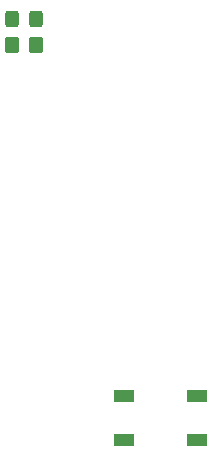
<source format=gbr>
%TF.GenerationSoftware,KiCad,Pcbnew,6.0.11-2627ca5db0~126~ubuntu20.04.1*%
%TF.CreationDate,2023-05-21T15:57:10+02:00*%
%TF.ProjectId,tux_badge,7475785f-6261-4646-9765-2e6b69636164,rev?*%
%TF.SameCoordinates,Original*%
%TF.FileFunction,Paste,Top*%
%TF.FilePolarity,Positive*%
%FSLAX46Y46*%
G04 Gerber Fmt 4.6, Leading zero omitted, Abs format (unit mm)*
G04 Created by KiCad (PCBNEW 6.0.11-2627ca5db0~126~ubuntu20.04.1) date 2023-05-21 15:57:10*
%MOMM*%
%LPD*%
G01*
G04 APERTURE LIST*
G04 Aperture macros list*
%AMRoundRect*
0 Rectangle with rounded corners*
0 $1 Rounding radius*
0 $2 $3 $4 $5 $6 $7 $8 $9 X,Y pos of 4 corners*
0 Add a 4 corners polygon primitive as box body*
4,1,4,$2,$3,$4,$5,$6,$7,$8,$9,$2,$3,0*
0 Add four circle primitives for the rounded corners*
1,1,$1+$1,$2,$3*
1,1,$1+$1,$4,$5*
1,1,$1+$1,$6,$7*
1,1,$1+$1,$8,$9*
0 Add four rect primitives between the rounded corners*
20,1,$1+$1,$2,$3,$4,$5,0*
20,1,$1+$1,$4,$5,$6,$7,0*
20,1,$1+$1,$6,$7,$8,$9,0*
20,1,$1+$1,$8,$9,$2,$3,0*%
G04 Aperture macros list end*
%ADD10RoundRect,0.250000X0.325000X0.450000X-0.325000X0.450000X-0.325000X-0.450000X0.325000X-0.450000X0*%
%ADD11RoundRect,0.250000X0.350000X0.450000X-0.350000X0.450000X-0.350000X-0.450000X0.350000X-0.450000X0*%
%ADD12R,1.800000X1.100000*%
G04 APERTURE END LIST*
D10*
%TO.C,D1*%
X168436400Y-82702400D03*
X166386400Y-82702400D03*
%TD*%
D11*
%TO.C,R1*%
X168391014Y-84856533D03*
X166391014Y-84856533D03*
%TD*%
D12*
%TO.C,SW1*%
X182068400Y-118283600D03*
X175868400Y-118283600D03*
X182068400Y-114583600D03*
X175868400Y-114583600D03*
%TD*%
M02*

</source>
